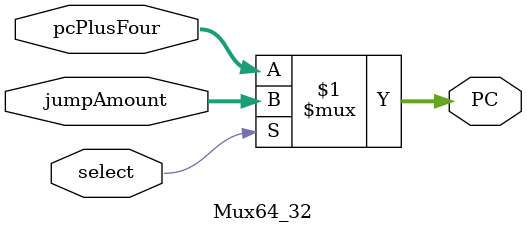
<source format=v>
`timescale 1ns / 1ps

module Mux64_32(
		input [31:0]pcPlusFour,
		input [31:0]jumpAmount,
		input select,
		output [31:0]PC
	 );
	 
	 assign  PC = select ? jumpAmount : pcPlusFour;
	 /*
	 always @ (pcPlusFour or jumpAmount or select)begin 
		case(select)
			2'b0 : PC <= pcPlusFour;
			2'b1 : PC <= jumpAmount;
		endcase
	 end
	 */
	 
endmodule 
</source>
